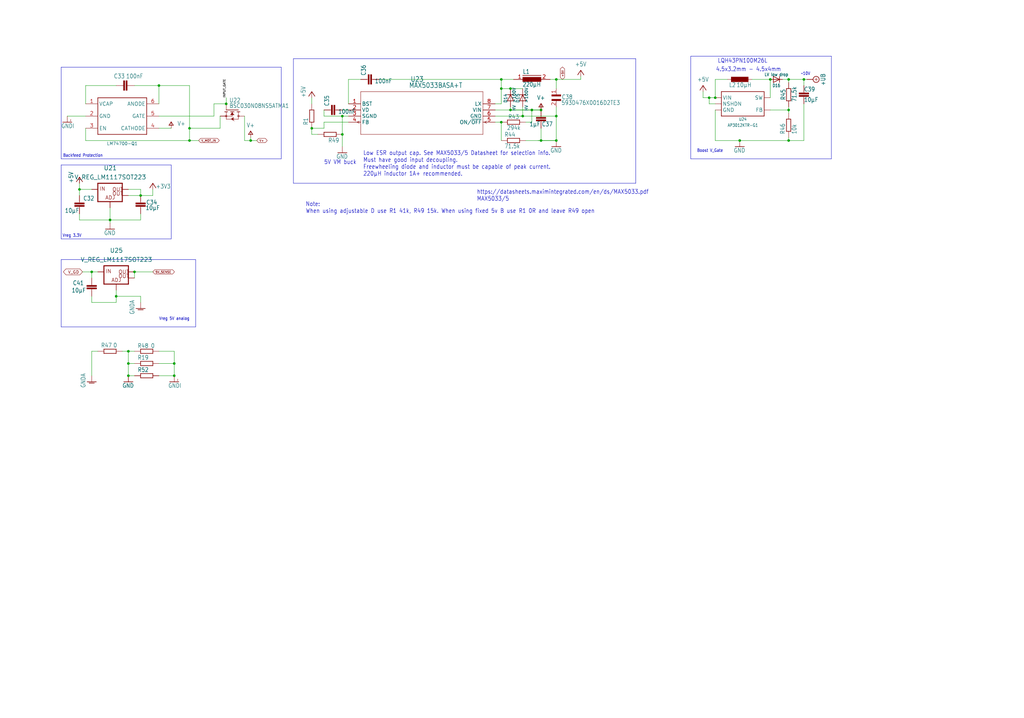
<source format=kicad_sch>
(kicad_sch (version 20250114) (generator "eeschema") (generator_version "9.0")
  (paper "User" 425.45 298.602)
  (lib_symbols
    (symbol "Device:D" (pin_numbers (hide yes)) (pin_names (offset 1.016) (hide yes))
      (property "Reference" "D" (at 0 2.54 0))
      (property "Value" "D" (at 0 -2.54 0))
      (symbol "D_0_1"
        (polyline (pts (xy -1.27 1.27) (xy -1.27 -1.27)) (stroke (width 0.254)))
        (polyline (pts (xy 1.27 1.27) (xy 1.27 -1.27) (xy -1.27 0) (xy 1.27 1.27)) (stroke (width 0.254)))
        (polyline (pts (xy 1.27 0) (xy -1.27 0)))
      )
      (symbol "D_1_1"
        (pin passive line (at -3.81 0 0) (length 2.54) (name "K") (number "1"))
        (pin passive line (at 3.81 0 180) (length 2.54) (name "A") (number "2"))
      )
    )
    (symbol "fsim_ff-eagle-import:OHSC_Power_BSC030N08NS5ATMA1"
      (property "Reference" "U" (at -11.43 2.54 0))
      (symbol "OHSC_Power_BSC030N08NS5ATMA1_1_0"
        (polyline (pts (xy 0 2.54) (xy 0 -2.54)) (stroke (width 0.254)))
        (polyline (pts (xy 0.762 3.175) (xy 0.762 2.54)) (stroke (width 0.254)))
        (polyline (pts (xy 0.762 2.54) (xy 0.762 1.905)) (stroke (width 0.254)))
        (polyline (pts (xy 0.762 2.54) (xy 3.81 2.54)) (stroke (width 0.1524)))
        (polyline (pts (xy 0.762 0.762) (xy 0.762 0)) (stroke (width 0.254)))
        (polyline (pts (xy 0.762 0) (xy 0.762 -0.762)) (stroke (width 0.254)))
        (polyline (pts (xy 0.762 0) (xy 2.54 0)) (stroke (width 0.1524)))
        (polyline (pts (xy 0.762 -1.905) (xy 0.762 -2.54)) (stroke (width 0.254)))
        (polyline (pts (xy 0.762 -2.54) (xy 0.762 -3.175)) (stroke (width 0.254)))
        (polyline (pts (xy 1.016 0) (xy 2.032 -0.762) (xy 2.032 0.762)) (stroke (width 0.1524)) (fill (type outline)))
        (circle (center 2.54 2.54) (radius 0.3592))
        (polyline (pts (xy 2.54 0) (xy 2.54 -2.54)) (stroke (width 0.1524)))
        (polyline (pts (xy 2.54 -2.54) (xy 0.762 -2.54)) (stroke (width 0.1524)))
        (polyline (pts (xy 2.54 -2.54) (xy 3.81 -2.54)) (stroke (width 0.1524)))
        (circle (center 2.54 -2.54) (radius 0.3592))
        (polyline (pts (xy 3.302 0.508) (xy 3.048 0.254)) (stroke (width 0.1524)))
        (polyline (pts (xy 3.81 2.54) (xy 3.81 0.508)) (stroke (width 0.1524)))
        (polyline (pts (xy 3.81 0.508) (xy 3.302 0.508)) (stroke (width 0.1524)))
        (polyline (pts (xy 3.81 0.508) (xy 3.81 -2.54)) (stroke (width 0.1524)))
        (polyline (pts (xy 3.81 -0.508) (xy 3.302 0.254) (xy 4.318 0.254)) (stroke (width 0.1524)) (fill (type outline)))
        (polyline (pts (xy 4.318 0.508) (xy 3.81 0.508)) (stroke (width 0.1524)))
        (polyline (pts (xy 4.572 0.762) (xy 4.318 0.508)) (stroke (width 0.1524)))
        (pin passive line (at -2.54 -2.54 0) (length 2.54) (name "G") (number "4"))
        (pin passive line (at 2.54 5.08 270) (length 2.54) (name "D") (number "5"))
        (pin passive line (at 2.54 -5.08 90) (length 2.54) (name "S") (number "1"))
        (pin passive line (at 2.54 -5.08 90) (length 2.54) (name "S") (number "2"))
        (pin passive line (at 2.54 -5.08 90) (length 2.54) (name "S") (number "3"))
      )
    )
    (symbol "fsim_ff-eagle-import:OHSC_Power_LM74700-Q1"
      (symbol "OHSC_Power_LM74700-Q1_1_0"
        (polyline (pts (xy -5.08 5.08) (xy -5.08 -10.16)) (stroke (width 0.254)))
        (polyline (pts (xy -5.08 -10.16) (xy 15.24 -10.16)) (stroke (width 0.254)))
        (polyline (pts (xy 15.24 5.08) (xy -5.08 5.08)) (stroke (width 0.254)))
        (polyline (pts (xy 15.24 -10.16) (xy 15.24 5.08)) (stroke (width 0.254)))
        (pin bidirectional line (at -10.16 2.54 0) (length 5.08) (name "VCAP") (number "1"))
        (pin bidirectional line (at -10.16 -2.54 0) (length 5.08) (name "GND") (number "2"))
        (pin bidirectional line (at -10.16 -7.62 0) (length 5.08) (name "EN") (number "3"))
        (pin bidirectional line (at 20.32 2.54 180) (length 5.08) (name "ANODE") (number "6"))
        (pin bidirectional line (at 20.32 -2.54 180) (length 5.08) (name "GATE") (number "5"))
        (pin bidirectional line (at 20.32 -7.62 180) (length 5.08) (name "CATHODE") (number "4"))
      )
    )
    (symbol "fsim_ff-eagle-import:Powermisc_593D476X0016D2TE3"
      (property "Reference" "C" (at 0 3.81 0))
      (symbol "Powermisc_593D476X0016D2TE3_1_0"
        (rectangle (start 0 -1.905) (end 0.635 1.905) (fill (type outline)))
        (rectangle (start 1.905 -1.905) (end 2.54 1.905) (fill (type outline)))
        (pin passive line (at -2.54 0 0) (length 2.54) (name "2") (number "2"))
        (pin passive line (at 5.08 0 180) (length 2.54) (name "1") (number "1"))
      )
    )
    (symbol "fsim_ff-eagle-import:Powermisc_8MMINDUCTOR"
      (property "Reference" "L" (at -3.81 2.286 0))
      (symbol "Powermisc_8MMINDUCTOR_1_0"
        (polyline (pts (xy -3.81 1.651) (xy 3.81 1.651)) (stroke (width 0.254)))
        (rectangle (start -3.81 -0.889) (end 3.81 0.889) (fill (type outline)))
        (pin passive line (at -7.62 0 0) (length 5.08) (name "1") (number "1"))
        (pin passive line (at 7.62 0 180) (length 5.08) (name "2") (number "2"))
      )
    )
    (symbol "fsim_ff-eagle-import:Powermisc_AP3012KTR-G1"
      (property "Reference" "U" (at -5.08 5.08 0))
      (symbol "Powermisc_AP3012KTR-G1_1_0"
        (polyline (pts (xy -5.08 5.08) (xy -5.08 -5.08)) (stroke (width 0.254)))
        (polyline (pts (xy -5.08 -5.08) (xy 12.7 -5.08)) (stroke (width 0.254)))
        (polyline (pts (xy 12.7 5.08) (xy -5.08 5.08)) (stroke (width 0.254)))
        (polyline (pts (xy 12.7 -5.08) (xy 12.7 5.08)) (stroke (width 0.254)))
        (pin bidirectional line (at -7.62 2.54 0) (length 2.54) (name "VIN") (number "5"))
        (pin bidirectional line (at -7.62 0 0) (length 2.54) (name "NSHDN") (number "4"))
        (pin bidirectional line (at -7.62 -2.54 0) (length 2.54) (name "GND") (number "2"))
        (pin bidirectional line (at 15.24 2.54 180) (length 2.54) (name "SW") (number "1"))
        (pin bidirectional line (at 15.24 -2.54 180) (length 2.54) (name "FB") (number "3"))
      )
    )
    (symbol "fsim_ff-eagle-import:Powermisc_MAX5033BASA+T"
      (symbol "Powermisc_MAX5033BASA+T_1_0"
        (polyline (pts (xy 7.112 -7.112) (xy 6.0452 -7.62)) (stroke (width 0.1524)))
        (polyline (pts (xy 7.112 -8.128) (xy 6.0452 -7.62)) (stroke (width 0.1524)))
        (polyline (pts (xy 7.62 5.08) (xy 7.62 -12.7)) (stroke (width 0.1524)))
        (polyline (pts (xy 7.62 -12.7) (xy 58.42 -12.7)) (stroke (width 0.1524)))
        (polyline (pts (xy 58.42 5.08) (xy 7.62 5.08)) (stroke (width 0.1524)))
        (polyline (pts (xy 58.42 -12.7) (xy 58.42 5.08)) (stroke (width 0.1524)))
        (polyline (pts (xy 58.928 -7.62) (xy 59.9948 -7.112)) (stroke (width 0.1524)))
        (polyline (pts (xy 58.928 -7.62) (xy 59.9948 -8.128)) (stroke (width 0.1524)))
        (pin passive line (at 2.54 0 0) (length 5.08) (name "BST") (number "1"))
        (pin power_in line (at 2.54 -2.54 0) (length 5.08) (name "VD") (number "2"))
        (pin power_in line (at 2.54 -5.08 0) (length 5.08) (name "SGND") (number "3"))
        (pin output line (at 2.54 -7.62 0) (length 5.08) (name "FB") (number "4"))
        (pin passive line (at 63.5 0 180) (length 5.08) (name "LX") (number "8"))
        (pin power_in line (at 63.5 -2.54 180) (length 5.08) (name "VIN") (number "7"))
        (pin power_in line (at 63.5 -5.08 180) (length 5.08) (name "GND") (number "6"))
        (pin input line (at 63.5 -7.62 180) (length 5.08) (name "ON/~{OFF}") (number "5"))
      )
    )
    (symbol "fsim_ff-eagle-import:SparkFun-IC-Power_526_V_REG_LM1117SOT223"
      (property "Reference" "U" (at 2.54 -7.62 0))
      (symbol "SparkFun-IC-Power_526_V_REG_LM1117SOT223_1_0"
        (polyline (pts (xy -5.08 2.54) (xy -5.08 -5.08)) (stroke (width 0.4064)))
        (polyline (pts (xy -5.08 -5.08) (xy 5.08 -5.08)) (stroke (width 0.4064)))
        (polyline (pts (xy 5.08 2.54) (xy -5.08 2.54)) (stroke (width 0.4064)))
        (polyline (pts (xy 5.08 -5.08) (xy 5.08 2.54)) (stroke (width 0.4064)))
        (text "IN" (at -4.445 -0.635 0) (effects (font (size 1.524 1.524)) (justify left bottom)))
        (text "ADJ" (at -2.032 -4.318 0) (effects (font (size 1.524 1.524)) (justify left bottom)))
        (text "OUT" (at 0.889 -0.889 0) (effects (font (size 1.524 1.524)) (justify left bottom)))
        (text "OUT" (at 0.889 -2.667 0) (effects (font (size 1.524 1.524)) (justify left bottom)))
        (pin input line (at -7.62 0 0) (length 2.54) (name "IN") (number "3"))
        (pin input line (at 0 -7.62 90) (length 2.54) (name "ADJ") (number "1"))
        (pin output line (at 7.62 0 180) (length 2.54) (name "OUT") (number "2"))
        (pin output line (at 7.62 -2.54 180) (length 2.54) (name "OUT@1") (number "4"))
      )
    )
    (symbol "fsim_ff-eagle-import:adafruit_420_DIODE_SOD-123FL"
      (property "Reference" "D" (at -2.54 2.54 0))
      (symbol "adafruit_420_DIODE_SOD-123FL_1_0"
        (polyline (pts (xy -1.27 1.27) (xy -1.27 -1.27)) (stroke (width 0.254)))
        (polyline (pts (xy -1.27 -1.27) (xy 1.27 0)) (stroke (width 0.254)))
        (polyline (pts (xy 1.27 1.27) (xy 1.27 0)) (stroke (width 0.254)))
        (polyline (pts (xy 1.27 0) (xy -1.27 1.27)) (stroke (width 0.254)))
        (polyline (pts (xy 1.27 0) (xy 1.27 -1.27)) (stroke (width 0.254)))
        (pin passive line (at -2.54 0 0) (length 2.54) (name "A") (number "A"))
        (pin passive line (at 2.54 0 180) (length 2.54) (name "C") (number "C"))
      )
    )
    (symbol "fsim_ff-eagle-import:rcl_334_L-EUL4532P"
      (property "Reference" "L" (at -1.4986 -3.81 90))
      (symbol "rcl_334_L-EUL4532P_1_0"
        (rectangle (start -1.016 -3.556) (end 1.016 3.556) (fill (type outline)))
        (pin passive line (at 0 5.08 270) (length 2.54) (name "1") (number "1"))
        (pin passive line (at 0 -5.08 90) (length 2.54) (name "2") (number "2"))
      )
    )
    (symbol "fsim_ff-eagle-import:resistor_348_C-EUC0603"
      (property "Reference" "C" (at 1.524 0.381 0))
      (symbol "resistor_348_C-EUC0603_1_0"
        (rectangle (start -2.032 -1.016) (end 2.032 -0.508) (fill (type outline)))
        (rectangle (start -2.032 -2.032) (end 2.032 -1.524) (fill (type outline)))
        (polyline (pts (xy 0 0) (xy 0 -0.508)) (stroke (width 0.1524)))
        (polyline (pts (xy 0 -2.54) (xy 0 -2.032)) (stroke (width 0.1524)))
        (pin passive line (at 0 2.54 270) (length 2.54) (name "1") (number "1"))
        (pin passive line (at 0 -5.08 90) (length 2.54) (name "2") (number "2"))
      )
    )
    (symbol "fsim_ff-eagle-import:resistor_348_C-EUC0805"
      (property "Reference" "C" (at 1.524 0.381 0))
      (symbol "resistor_348_C-EUC0805_1_0"
        (rectangle (start -2.032 -1.016) (end 2.032 -0.508) (fill (type outline)))
        (rectangle (start -2.032 -2.032) (end 2.032 -1.524) (fill (type outline)))
        (polyline (pts (xy 0 0) (xy 0 -0.508)) (stroke (width 0.1524)))
        (polyline (pts (xy 0 -2.54) (xy 0 -2.032)) (stroke (width 0.1524)))
        (pin passive line (at 0 2.54 270) (length 2.54) (name "1") (number "1"))
        (pin passive line (at 0 -5.08 90) (length 2.54) (name "2") (number "2"))
      )
    )
    (symbol "fsim_ff-eagle-import:resistor_348_C-EUC1206"
      (property "Reference" "C" (at 1.524 0.381 0))
      (symbol "resistor_348_C-EUC1206_1_0"
        (rectangle (start -2.032 -1.016) (end 2.032 -0.508) (fill (type outline)))
        (rectangle (start -2.032 -2.032) (end 2.032 -1.524) (fill (type outline)))
        (polyline (pts (xy 0 0) (xy 0 -0.508)) (stroke (width 0.1524)))
        (polyline (pts (xy 0 -2.54) (xy 0 -2.032)) (stroke (width 0.1524)))
        (pin passive line (at 0 2.54 270) (length 2.54) (name "1") (number "1"))
        (pin passive line (at 0 -5.08 90) (length 2.54) (name "2") (number "2"))
      )
    )
    (symbol "fsim_ff-eagle-import:resistor_348_R-EU_R0603"
      (property "Reference" "R" (at -3.81 1.4986 0))
      (symbol "resistor_348_R-EU_R0603_1_0"
        (polyline (pts (xy -2.54 -0.889) (xy -2.54 0.889)) (stroke (width 0.254)))
        (polyline (pts (xy -2.54 -0.889) (xy 2.54 -0.889)) (stroke (width 0.254)))
        (polyline (pts (xy 2.54 0.889) (xy -2.54 0.889)) (stroke (width 0.254)))
        (polyline (pts (xy 2.54 -0.889) (xy 2.54 0.889)) (stroke (width 0.254)))
        (pin passive line (at -5.08 0 0) (length 2.54) (name "1") (number "1"))
        (pin passive line (at 5.08 0 180) (length 2.54) (name "2") (number "2"))
      )
    )
    (symbol "fsim_ff-eagle-import:resistor_348_R-EU_R0805"
      (property "Reference" "R" (at -3.81 1.4986 0))
      (symbol "resistor_348_R-EU_R0805_1_0"
        (polyline (pts (xy -2.54 -0.889) (xy -2.54 0.889)) (stroke (width 0.254)))
        (polyline (pts (xy -2.54 -0.889) (xy 2.54 -0.889)) (stroke (width 0.254)))
        (polyline (pts (xy 2.54 0.889) (xy -2.54 0.889)) (stroke (width 0.254)))
        (polyline (pts (xy 2.54 -0.889) (xy 2.54 0.889)) (stroke (width 0.254)))
        (pin passive line (at -5.08 0 0) (length 2.54) (name "1") (number "1"))
        (pin passive line (at 5.08 0 180) (length 2.54) (name "2") (number "2"))
      )
    )
    (symbol "fsim_ff-eagle-import:supply1_371_+3V3" (power)
      (symbol "supply1_371_+3V3_1_0"
        (polyline (pts (xy 0 0) (xy -1.27 -1.905)) (stroke (width 0.254)))
        (polyline (pts (xy 1.27 -1.905) (xy 0 0)) (stroke (width 0.254)))
        (pin power_in line (at 0 -2.54 90) (length 2.54) (name "+3V3") (number "1"))
      )
    )
    (symbol "fsim_ff-eagle-import:supply1_371_+5V" (power)
      (symbol "supply1_371_+5V_1_0"
        (polyline (pts (xy 0 0) (xy -1.27 -1.905)) (stroke (width 0.254)))
        (polyline (pts (xy 1.27 -1.905) (xy 0 0)) (stroke (width 0.254)))
        (pin power_in line (at 0 -2.54 90) (length 2.54) (name "+5V") (number "1"))
      )
    )
    (symbol "fsim_ff-eagle-import:supply1_371_GND" (power)
      (symbol "supply1_371_GND_1_0"
        (polyline (pts (xy -1.905 0) (xy 1.905 0)) (stroke (width 0.254)))
        (pin power_in line (at 0 2.54 270) (length 2.54) (name "GND") (number "1"))
      )
    )
    (symbol "fsim_ff-eagle-import:supply1_371_GNDA" (power)
      (symbol "supply1_371_GNDA_1_0"
        (polyline (pts (xy -1.905 0) (xy 1.905 0)) (stroke (width 0.254)))
        (polyline (pts (xy -1.0922 -0.508) (xy 1.0922 -0.508)) (stroke (width 0.254)))
        (pin power_in line (at 0 2.54 270) (length 2.54) (name "GNDA") (number "1"))
      )
    )
    (symbol "fsim_ff-eagle-import:supply1_371_GNDI" (power)
      (symbol "supply1_371_GNDI_1_0"
        (polyline (pts (xy -1.905 0) (xy 1.905 0)) (stroke (width 0.254)))
        (text "I" (at 1.143 0.254 0) (effects (font (size 0.8128 0.6908)) (justify left bottom)))
        (pin power_in line (at 0 2.54 270) (length 2.54) (name "GNDI") (number "1"))
      )
    )
    (symbol "fsim_ff-eagle-import:supply1_371_V+" (power)
      (symbol "supply1_371_V+_1_0"
        (polyline (pts (xy -0.889 -1.27) (xy 0.889 -1.27)) (stroke (width 0.254)))
        (polyline (pts (xy 0 0.127) (xy -0.889 -1.27)) (stroke (width 0.254)))
        (polyline (pts (xy 0.889 -1.27) (xy 0 0.127)) (stroke (width 0.254)))
        (pin power_in line (at 0 -2.54 90) (length 2.54) (name "V+") (number "1"))
      )
    )
    (symbol "fsim_ff-eagle-import:supply2_372_+UB" (power)
      (symbol "supply2_372_+UB_1_0"
        (polyline (pts (xy -0.635 1.27) (xy 0.635 1.27)) (stroke (width 0.1524)))
        (circle (center 0 1.27) (radius 1.27) (stroke (width 0.254)))
        (polyline (pts (xy 0 0.635) (xy 0 1.905)) (stroke (width 0.1524)))
        (pin power_in line (at 0 -2.54 90) (length 2.54) (name "+UB") (number "1"))
      )
    )
  )
  (text "Vreg 5V analog" (at 66.04 133.35 0) (effects (font (size 1.27 1.0795)) (justify left bottom)))
  (text "~10V" (at 332.74 31.496 0) (effects (font (size 1.27 1.0795)) (justify left bottom)))
  (text "Backfeed Protection" (at 26.162 65.532 0) (effects (font (size 1.27 1.0795)) (justify left bottom)))
  (text "4.5x3.2mm - 4.5x4mm" (at 297.434 29.972 0) (effects (font (size 1.778 1.5113)) (justify left bottom)))
  (text "Vreg 3.3V" (at 25.908 98.806 0) (effects (font (size 1.27 1.0795)) (justify left bottom)))
  (text "Note:\nWhen using adjustable D use R1 41k, R49 15k. When using fixed 5v B use R1 0R and leave R49 open" (at 127 88.9 0) (effects (font (size 1.778 1.5113)) (justify left bottom)))
  (text "Boost V_Gate" (at 289.56 63.5 0) (effects (font (size 1.27 1.0795)) (justify left bottom)))
  (text "5V VM buck" (at 134.62 68.58 0) (effects (font (size 1.778 1.5113)) (justify left bottom)))
  (text "LQH43PN100M26L" (at 298.196 26.416 0) (effects (font (size 1.778 1.5113)) (justify left bottom)))
  (text "https://datasheets.maximintegrated.com/en/ds/MAX5033.pdf\nMAX5033/5" (at 198.12 83.82 0) (effects (font (size 1.778 1.5113)) (justify left bottom)))
  (text "Low ESR output cap. See MAX5033/5 Datasheet for selection info.\nMust have good input decoupling.\nFreewheeling diode and inductor must be capable of peak current.\n220µH inductor 1A+ recommended." (at 150.876 73.406 0) (effects (font (size 1.778 1.5113)) (justify left bottom)))
  (junction (at 208.28 50.8))
  (junction (at 72.39 151.13))
  (junction (at 320.04 33.02))
  (junction (at 224.79 58.42))
  (junction (at 294.64 40.64))
  (junction (at 129.54 53.34))
  (junction (at 45.72 91.44))
  (junction (at 208.28 33.02))
  (junction (at 224.79 45.72))
  (junction (at 307.34 58.42))
  (junction (at 231.14 58.42))
  (junction (at 208.28 36.83))
  (junction (at 297.18 40.64))
  (junction (at 58.42 81.28))
  (junction (at 33.02 78.74))
  (junction (at 66.04 35.56))
  (junction (at 53.34 151.13))
  (junction (at 38.1 113.03))
  (junction (at 48.26 123.19))
  (junction (at 334.01 33.02))
  (junction (at 104.14 58.42))
  (junction (at 212.09 36.83))
  (junction (at 55.88 113.03))
  (junction (at 231.14 48.26))
  (junction (at 78.74 53.34))
  (junction (at 142.24 48.26))
  (junction (at 327.66 45.72))
  (junction (at 212.09 45.72))
  (junction (at 220.98 45.72))
  (junction (at 72.39 156.21))
  (junction (at 53.34 146.05))
  (junction (at 327.66 33.02))
  (junction (at 142.24 55.88))
  (junction (at 231.14 33.02))
  (junction (at 327.66 58.42))
  (junction (at 78.74 58.42))
  (junction (at 217.17 48.26))
  (junction (at 93.98 43.18))
  (junction (at 53.34 156.21))
  (polyline (pts (xy 25.4 99.314) (xy 71.12 99.314)) (stroke (width 0.1524) (type solid)))
  (polyline (pts (xy 71.12 99.314) (xy 71.12 68.58)) (stroke (width 0.1524) (type solid)))
  (wire (pts (xy 144.78 33.02) (xy 149.86 33.02)) (stroke (width 0.1524)))
  (wire (pts (xy 35.56 35.56) (xy 48.26 35.56)) (stroke (width 0.1524)))
  (wire (pts (xy 327.66 45.72) (xy 320.04 45.72)) (stroke (width 0.1524)))
  (polyline (pts (xy 345.44 23.368) (xy 287.02 23.368)) (stroke (width 0.1524) (type solid)))
  (wire (pts (xy 220.98 50.8) (xy 220.98 45.72)) (stroke (width 0.1524)))
  (wire (pts (xy 231.14 44.45) (xy 231.14 48.26)) (stroke (width 0.1524)))
  (wire (pts (xy 91.44 53.34) (xy 78.74 53.34)) (stroke (width 0.1524)))
  (wire (pts (xy 297.18 40.64) (xy 297.18 33.02)) (stroke (width 0.1524)))
  (wire (pts (xy 38.1 78.74) (xy 33.02 78.74)) (stroke (width 0.1524)))
  (wire (pts (xy 72.39 146.05) (xy 72.39 151.13)) (stroke (width 0.1524)))
  (wire (pts (xy 35.56 43.18) (xy 35.56 35.56)) (stroke (width 0.1524)))
  (wire (pts (xy 334.01 33.02) (xy 334.01 35.56)) (stroke (width 0.1524)))
  (wire (pts (xy 78.74 53.34) (xy 78.74 35.56)) (stroke (width 0.1524)))
  (wire (pts (xy 212.09 36.83) (xy 217.17 36.83)))
  (polyline (pts (xy 71.12 68.58) (xy 25.4 68.58)) (stroke (width 0.1524) (type solid)))
  (wire (pts (xy 101.6 58.42) (xy 104.14 58.42)) (stroke (width 0.1524)))
  (wire (pts (xy 144.78 48.26) (xy 142.24 48.26)) (stroke (width 0.1524)))
  (wire (pts (xy 48.26 123.19) (xy 48.26 120.65)) (stroke (width 0.1524)))
  (wire (pts (xy 224.79 45.72) (xy 220.98 45.72)))
  (polyline (pts (xy 81.28 107.95) (xy 25.4 107.95)) (stroke (width 0.1524) (type solid)))
  (wire (pts (xy 327.66 44.45) (xy 327.66 45.72)))
  (wire (pts (xy 35.56 48.26) (xy 27.94 48.26)) (stroke (width 0.1524)))
  (wire (pts (xy 55.88 113.03) (xy 55.88 115.57)) (stroke (width 0.1524)))
  (wire (pts (xy 335.28 33.02) (xy 334.01 33.02)) (stroke (width 0.1524)))
  (wire (pts (xy 212.09 45.72) (xy 220.98 45.72)) (stroke (width 0.1524)))
  (wire (pts (xy 35.56 53.34) (xy 35.56 58.42)) (stroke (width 0.1524)))
  (wire (pts (xy 58.42 125.73) (xy 58.42 123.19)) (stroke (width 0.1524)))
  (wire (pts (xy 38.1 113.03) (xy 38.1 115.57)) (stroke (width 0.1524)))
  (wire (pts (xy 38.1 146.05) (xy 38.1 156.21)) (stroke (width 0.1524)))
  (wire (pts (xy 297.18 33.02) (xy 302.26 33.02)) (stroke (width 0.1524)))
  (wire (pts (xy 38.1 125.73) (xy 38.1 123.19)) (stroke (width 0.1524)))
  (wire (pts (xy 48.26 125.73) (xy 38.1 125.73)) (stroke (width 0.1524)))
  (wire (pts (xy 53.34 146.05) (xy 53.34 151.13)) (stroke (width 0.1524)))
  (wire (pts (xy 334.01 43.18) (xy 334.01 58.42)) (stroke (width 0.1524)))
  (wire (pts (xy 101.6 48.26) (xy 101.6 58.42)) (stroke (width 0.1524)))
  (wire (pts (xy 208.28 50.8) (xy 208.28 58.42)) (stroke (width 0.1524)))
  (wire (pts (xy 294.64 43.18) (xy 294.64 40.64)) (stroke (width 0.1524)))
  (wire (pts (xy 224.79 53.34) (xy 224.79 58.42)) (stroke (width 0.1524)))
  (wire (pts (xy 53.34 81.28) (xy 58.42 81.28)) (stroke (width 0.1524)))
  (wire (pts (xy 142.24 48.26) (xy 142.24 55.88)) (stroke (width 0.1524)))
  (wire (pts (xy 320.04 33.02) (xy 312.42 33.02)) (stroke (width 0.1524)))
  (wire (pts (xy 224.79 45.72) (xy 220.98 45.72)) (stroke (width 0.1524)))
  (wire (pts (xy 40.64 113.03) (xy 38.1 113.03)) (stroke (width 0.1524)))
  (wire (pts (xy 66.04 156.21) (xy 72.39 156.21)) (stroke (width 0.1524)))
  (wire (pts (xy 297.18 45.72) (xy 297.18 58.42)) (stroke (width 0.1524)))
  (wire (pts (xy 327.66 57.15) (xy 327.66 58.42)))
  (wire (pts (xy 327.66 33.02) (xy 334.01 33.02)) (stroke (width 0.1524)))
  (wire (pts (xy 45.72 92.71) (xy 45.72 91.44)))
  (wire (pts (xy 55.88 151.13) (xy 53.34 151.13)) (stroke (width 0.1524)))
  (wire (pts (xy 134.62 50.8) (xy 144.78 50.8)) (stroke (width 0.1524)))
  (wire (pts (xy 212.09 44.45) (xy 212.09 45.72)))
  (wire (pts (xy 48.26 123.19) (xy 58.42 123.19)) (stroke (width 0.1524)))
  (wire (pts (xy 55.88 35.56) (xy 66.04 35.56)) (stroke (width 0.1524)))
  (wire (pts (xy 208.28 33.02) (xy 208.28 36.83)) (stroke (width 0.1524)))
  (wire (pts (xy 157.48 33.02) (xy 208.28 33.02)) (stroke (width 0.1524)))
  (polyline (pts (xy 121.92 24.384) (xy 264.16 24.384)) (stroke (width 0.1524) (type solid)))
  (wire (pts (xy 327.66 58.42) (xy 307.34 58.42)) (stroke (width 0.1524)))
  (wire (pts (xy 53.34 78.74) (xy 58.42 78.74)) (stroke (width 0.1524)))
  (wire (pts (xy 58.42 91.44) (xy 58.42 88.9)) (stroke (width 0.1524)))
  (wire (pts (xy 134.62 45.72) (xy 134.62 48.26)) (stroke (width 0.1524)))
  (wire (pts (xy 129.54 55.88) (xy 129.54 53.34)) (stroke (width 0.1524)))
  (wire (pts (xy 217.17 44.45) (xy 217.17 48.26)))
  (wire (pts (xy 144.78 45.72) (xy 142.24 45.72)) (stroke (width 0.1524)))
  (wire (pts (xy 88.9 48.26) (xy 88.9 43.18)) (stroke (width 0.1524)))
  (wire (pts (xy 53.34 146.05) (xy 55.88 146.05)) (stroke (width 0.1524)))
  (wire (pts (xy 327.66 46.99) (xy 327.66 45.72)) (stroke (width 0.1524)))
  (wire (pts (xy 129.54 43.18) (xy 129.54 40.64)) (stroke (width 0.1524)))
  (wire (pts (xy 208.28 36.83) (xy 212.09 36.83)) (stroke (width 0.1524)))
  (wire (pts (xy 104.14 58.42) (xy 106.68 58.42)) (stroke (width 0.1524)))
  (wire (pts (xy 231.14 58.42) (xy 231.14 48.26)) (stroke (width 0.1524)))
  (wire (pts (xy 297.18 43.18) (xy 294.64 43.18)) (stroke (width 0.1524)))
  (wire (pts (xy 48.26 123.19) (xy 48.26 125.73)) (stroke (width 0.1524)))
  (polyline (pts (xy 25.4 68.58) (xy 25.4 99.314)) (stroke (width 0.1524) (type solid)))
  (wire (pts (xy 72.39 151.13) (xy 72.39 156.21)) (stroke (width 0.1524)))
  (polyline (pts (xy 345.44 66.04) (xy 345.44 23.368)) (stroke (width 0.1524) (type solid)))
  (polyline (pts (xy 25.4 135.89) (xy 81.28 135.89)) (stroke (width 0.1524) (type solid)))
  (wire (pts (xy 320.04 40.64) (xy 320.04 33.02)) (stroke (width 0.1524)))
  (wire (pts (xy 294.64 40.64) (xy 292.1 40.64)) (stroke (width 0.1524)))
  (wire (pts (xy 93.98 40.64) (xy 93.98 43.18)))
  (wire (pts (xy 66.04 35.56) (xy 66.04 43.18)) (stroke (width 0.1524)))
  (polyline (pts (xy 116.84 66.04) (xy 116.84 27.94)) (stroke (width 0.1524) (type solid)))
  (wire (pts (xy 129.54 53.34) (xy 134.62 53.34)) (stroke (width 0.1524)))
  (polyline (pts (xy 121.92 76.2) (xy 121.92 24.384)) (stroke (width 0.1524) (type solid)))
  (wire (pts (xy 208.28 33.02) (xy 213.36 33.02)))
  (wire (pts (xy 297.18 58.42) (xy 307.34 58.42)) (stroke (width 0.1524)))
  (wire (pts (xy 217.17 48.26) (xy 231.14 48.26)) (stroke (width 0.1524)))
  (polyline (pts (xy 25.4 27.94) (xy 25.4 66.04)) (stroke (width 0.1524) (type solid)))
  (polyline (pts (xy 287.02 23.368) (xy 287.02 66.04)) (stroke (width 0.1524) (type solid)))
  (wire (pts (xy 45.72 86.36) (xy 45.72 91.44)) (stroke (width 0.1524)))
  (wire (pts (xy 38.1 113.03) (xy 34.29 113.03)) (stroke (width 0.1524)))
  (polyline (pts (xy 25.4 66.04) (xy 116.84 66.04)) (stroke (width 0.1524) (type solid)))
  (wire (pts (xy 208.28 36.83) (xy 208.28 43.18)) (stroke (width 0.1524)))
  (polyline (pts (xy 264.16 24.384) (xy 264.16 76.2)) (stroke (width 0.1524) (type solid)))
  (wire (pts (xy 66.04 146.05) (xy 72.39 146.05)) (stroke (width 0.1524)))
  (wire (pts (xy 91.44 48.26) (xy 91.44 53.34)) (stroke (width 0.1524)))
  (wire (pts (xy 35.56 58.42) (xy 78.74 58.42)) (stroke (width 0.1524)))
  (wire (pts (xy 38.1 146.05) (xy 40.64 146.05)) (stroke (width 0.1524)))
  (wire (pts (xy 66.04 53.34) (xy 71.12 53.34)) (stroke (width 0.1524)))
  (polyline (pts (xy 81.28 135.89) (xy 81.28 107.95)) (stroke (width 0.1524) (type solid)))
  (wire (pts (xy 144.78 43.18) (xy 144.78 33.02)) (stroke (width 0.1524)))
  (wire (pts (xy 297.18 40.64) (xy 294.64 40.64)) (stroke (width 0.1524)))
  (wire (pts (xy 241.3 33.02) (xy 241.3 31.75)) (stroke (width 0.1524)))
  (wire (pts (xy 334.01 58.42) (xy 327.66 58.42)) (stroke (width 0.1524)))
  (wire (pts (xy 292.1 40.64) (xy 292.1 38.1)) (stroke (width 0.1524)))
  (wire (pts (xy 58.42 78.74) (xy 58.42 81.28)) (stroke (width 0.1524)))
  (wire (pts (xy 55.88 113.03) (xy 63.5 113.03)) (stroke (width 0.1524)))
  (wire (pts (xy 327.66 33.02) (xy 327.66 34.29)) (stroke (width 0.1524)))
  (wire (pts (xy 33.02 78.74) (xy 33.02 81.28)) (stroke (width 0.1524)))
  (wire (pts (xy 63.5 78.74) (xy 63.5 81.28)) (stroke (width 0.1524)))
  (wire (pts (xy 134.62 53.34) (xy 134.62 50.8)) (stroke (width 0.1524)))
  (wire (pts (xy 53.34 146.05) (xy 50.8 146.05)) (stroke (width 0.1524)))
  (wire (pts (xy 205.74 48.26) (xy 217.17 48.26)) (stroke (width 0.1524)))
  (wire (pts (xy 132.08 55.88) (xy 129.54 55.88)) (stroke (width 0.1524)))
  (wire (pts (xy 33.02 76.2) (xy 33.02 78.74)) (stroke (width 0.1524)))
  (wire (pts (xy 78.74 58.42) (xy 82.55 58.42)))
  (wire (pts (xy 142.24 48.26) (xy 134.62 48.26)) (stroke (width 0.1524)))
  (polyline (pts (xy 287.02 66.04) (xy 345.44 66.04)) (stroke (width 0.1524) (type solid)))
  (wire (pts (xy 208.28 43.18) (xy 205.74 43.18)) (stroke (width 0.1524)))
  (wire (pts (xy 224.79 58.42) (xy 231.14 58.42)) (stroke (width 0.1524)))
  (wire (pts (xy 78.74 35.56) (xy 66.04 35.56)) (stroke (width 0.1524)))
  (wire (pts (xy 325.12 33.02) (xy 327.66 33.02)) (stroke (width 0.1524)))
  (wire (pts (xy 220.98 50.8) (xy 218.44 50.8)) (stroke (width 0.1524)))
  (wire (pts (xy 218.44 58.42) (xy 224.79 58.42)) (stroke (width 0.1524)))
  (wire (pts (xy 205.74 45.72) (xy 212.09 45.72)) (stroke (width 0.1524)))
  (wire (pts (xy 224.79 58.42) (xy 223.52 58.42)))
  (wire (pts (xy 231.14 58.42) (xy 224.79 58.42)))
  (wire (pts (xy 104.14 57.15) (xy 104.14 58.42)))
  (polyline (pts (xy 264.16 76.2) (xy 121.92 76.2)) (stroke (width 0.1524) (type solid)))
  (wire (pts (xy 55.88 156.21) (xy 53.34 156.21)) (stroke (width 0.1524)))
  (wire (pts (xy 93.98 43.18) (xy 88.9 43.18)) (stroke (width 0.1524)))
  (wire (pts (xy 66.04 151.13) (xy 72.39 151.13)) (stroke (width 0.1524)))
  (wire (pts (xy 63.5 81.28) (xy 58.42 81.28)) (stroke (width 0.1524)))
  (wire (pts (xy 220.98 45.72) (xy 212.09 45.72)))
  (wire (pts (xy 231.14 33.02) (xy 241.3 33.02)) (stroke (width 0.1524)))
  (polyline (pts (xy 25.4 107.95) (xy 25.4 135.89)) (stroke (width 0.1524) (type solid)))
  (wire (pts (xy 231.14 33.02) (xy 231.14 36.83)))
  (wire (pts (xy 208.28 50.8) (xy 205.74 50.8)) (stroke (width 0.1524)))
  (wire (pts (xy 217.17 48.26) (xy 215.9 48.26)))
  (polyline (pts (xy 116.84 27.94) (xy 25.4 27.94)) (stroke (width 0.1524) (type solid)))
  (wire (pts (xy 66.04 48.26) (xy 88.9 48.26)) (stroke (width 0.1524)))
  (wire (pts (xy 228.6 33.02) (xy 231.14 33.02)) (stroke (width 0.1524)))
  (wire (pts (xy 53.34 151.13) (xy 53.34 156.21)) (stroke (width 0.1524)))
  (wire (pts (xy 33.02 91.44) (xy 33.02 88.9)) (stroke (width 0.1524)))
  (wire (pts (xy 33.02 91.44) (xy 45.72 91.44)) (stroke (width 0.1524)))
  (wire (pts (xy 78.74 58.42) (xy 78.74 53.34)) (stroke (width 0.1524)))
  (wire (pts (xy 58.42 91.44) (xy 45.72 91.44)) (stroke (width 0.1524)))
  (wire (pts (xy 142.24 55.88) (xy 142.24 60.96)) (stroke (width 0.1524)))
  (label "INPUT_GATE" (at 93.98 40.64 90) (effects (font (size 0.889 0.889))))
  (global_label "V_GD" (shape bidirectional) (at 34.29 113.03 180) (effects (font (size 1.2446 1.2446))) (property "Intersheetrefs" "${INTERSHEET_REFS}" (effects (hide yes))))
  (global_label "5V_SENSE" (shape bidirectional) (at 63.5 113.03 0) (effects (font (size 0.889 0.889))) (property "Intersheetrefs" "${INTERSHEET_REFS}" (effects (hide yes))))
  (global_label "V+" (shape bidirectional) (at 106.68 58.42 0) (effects (font (size 0.889 0.889))) (property "Intersheetrefs" "${INTERSHEET_REFS}" (effects (hide yes))))
  (global_label "+5V" (shape bidirectional) (at 233.68 33.02 90) (effects (font (size 0.889 0.889))) (property "Intersheetrefs" "${INTERSHEET_REFS}" (effects (hide yes))))
  (global_label "V_MOT_IN" (shape bidirectional) (at 82.55 58.42 0) (effects (font (size 0.889 0.889))) (property "Intersheetrefs" "${INTERSHEET_REFS}" (effects (hide yes))))
  (symbol (lib_id "fsim_ff-eagle-import:supply1_371_V+") (at 104.14 54.61 0) (unit 1)
    (property "Reference" "#P+20" (effects (hide yes)))
    (property "Value" "V+" (at 104.14 52.07 0) (effects (font (size 1.778 1.5113))))
  )
  (symbol (lib_id "fsim_ff-eagle-import:resistor_348_R-EU_R0603") (at 60.96 151.13 0) (unit 1)
    (property "Reference" "R19" (at 57.15 149.6314 0) (effects (font (size 1.778 1.5113)) (justify left bottom)))
    (property "Value" "0" (at 62.738 149.606 0) (effects (font (size 1.778 1.5113)) (justify left bottom)))
    (property "Footprint" "Resistor_SMD:R_0603_1608Metric" (effects (hide yes)))
    (property "Value" "0" (effects (hide yes)))
    (property "Value" "0" (effects (hide yes)))
  )
  (symbol (lib_id "Device:D") (at 212.09 40.64 270) (unit 1)
    (property "Reference" "D14" (at 210.058 38.862 0) (effects (justify left)))
    (property "Value" "HV >100V" (at 213.614 36.322 0) (effects (justify left)))
    (property "Footprint" "Diode_SMD:D_SOD-123F" (effects (hide yes)))
    (property "Description" "Diode" (effects (hide yes)))
    (property "Sim.Device" "D" (effects (hide yes)))
    (property "Sim.Pins" "1=K 2=A" (effects (hide yes)))
  )
  (symbol (lib_id "fsim_ff-eagle-import:SparkFun-IC-Power_526_V_REG_LM1117SOT223") (at 45.72 78.74 0) (unit 1)
    (property "Reference" "U21" (at 45.8334 69.85 0) (effects (font (size 1.778 1.778))))
    (property "Value" "V_REG_LM1117SOT223" (at 45.8334 73.66 0) (effects (font (size 1.778 1.778))))
    (property "Footprint" "Package_TO_SOT_SMD:SOT-223" (effects (hide yes)))
  )
  (symbol (lib_id "fsim_ff-eagle-import:supply1_371_V+") (at 71.12 50.8 0) (unit 1)
    (property "Reference" "#P+19" (effects (hide yes)))
    (property "Value" "V+" (at 73.66 51.3715 0) (effects (font (size 1.778 1.5113)) (justify left)))
  )
  (symbol (lib_id "fsim_ff-eagle-import:supply1_371_+5V") (at 129.54 38.1 0) (unit 1)
    (property "Reference" "#VCC6" (effects (hide yes)))
    (property "Value" "+5V" (at 127 40.64 90) (effects (font (size 1.778 1.5113)) (justify left bottom)))
  )
  (symbol (lib_id "fsim_ff-eagle-import:resistor_348_C-EUC0805") (at 33.02 83.82 0) (unit 1)
    (property "Reference" "C32" (at 34.544 83.439 0) (effects (font (size 1.778 1.5113)) (justify left bottom)))
    (property "Value" "10µF" (at 26.924 88.519 0) (effects (font (size 1.778 1.5113)) (justify left bottom)))
    (property "Footprint" "Capacitor_SMD:C_0805_2012Metric" (effects (hide yes)))
  )
  (symbol (lib_id "fsim_ff-eagle-import:SparkFun-IC-Power_526_V_REG_LM1117SOT223") (at 48.26 113.03 0) (unit 1)
    (property "Reference" "U25" (at 48.3734 104.14 0) (effects (font (size 1.778 1.778))))
    (property "Value" "V_REG_LM1117SOT223" (at 48.3734 107.95 0) (effects (font (size 1.778 1.778))))
    (property "Footprint" "Package_TO_SOT_SMD:SOT-223" (effects (hide yes)))
  )
  (symbol (lib_id "fsim_ff-eagle-import:adafruit_420_DIODE_SOD-123FL") (at 322.58 33.02 0) (unit 1)
    (property "Reference" "D16" (at 322.58 35.56 0) (effects (font (size 1.27 1.0795))))
    (property "Value" "LV low drop" (at 322.58 30.988 0) (effects (font (size 1.27 1.0795))))
    (property "Footprint" "Diode_SMD:D_SOD-123F" (effects (hide yes)))
  )
  (symbol (lib_id "fsim_ff-eagle-import:supply2_372_+UB") (at 337.82 33.02 270) (unit 1)
    (property "Reference" "#SUPPLY11" (effects (hide yes)))
    (property "Value" "+UB" (at 340.995 30.48 0) (effects (font (size 1.778 1.5113)) (justify left bottom)))
  )
  (symbol (lib_id "fsim_ff-eagle-import:Powermisc_593D476X0016D2TE3") (at 231.14 41.91 90) (unit 1)
    (property "Reference" "C38" (at 237.998 39.37 90) (effects (font (size 1.778 1.5113)) (justify left bottom)))
    (property "Value" "593D476X0016D2TE3" (at 233.172 43.688 90) (effects (font (size 1.778 1.5113)) (justify right top)))
    (property "Footprint" "fsim_ff:CAPPM7343X310N" (effects (hide yes)))
  )
  (symbol (lib_id "fsim_ff-eagle-import:supply1_371_V+") (at 224.79 43.18 0) (unit 1)
    (property "Reference" "#P+22" (effects (hide yes)))
    (property "Value" "V+" (at 224.79 40.64 0) (effects (font (size 1.778 1.5113))))
  )
  (symbol (lib_id "fsim_ff-eagle-import:resistor_348_R-EU_R0603") (at 137.16 55.88 180) (unit 1)
    (property "Reference" "R49" (at 140.97 57.3786 0) (effects (font (size 1.778 1.5113)) (justify left bottom)))
    (property "Value" "15k" (at 140.97 52.578 0) (effects (font (size 1.778 1.5113)) (justify left bottom)))
    (property "Footprint" "Resistor_SMD:R_0603_1608Metric" (effects (hide yes)))
    (property "Value" "15k" (effects (hide yes)))
  )
  (symbol (lib_id "fsim_ff-eagle-import:resistor_348_C-EUC0805") (at 58.42 83.82 0) (unit 1)
    (property "Reference" "C34" (at 60.706 85.09 0) (effects (font (size 1.778 1.5113)) (justify left bottom)))
    (property "Value" "10µF" (at 60.452 87.376 0) (effects (font (size 1.778 1.5113)) (justify left bottom)))
    (property "Footprint" "Capacitor_SMD:C_0805_2012Metric" (effects (hide yes)))
  )
  (symbol (lib_id "fsim_ff-eagle-import:Powermisc_8MMINDUCTOR") (at 220.98 33.02 0) (unit 1)
    (property "Reference" "L1" (at 217.17 30.734 0) (effects (font (size 1.778 1.5113)) (justify left bottom)))
    (property "Value" "220µH" (at 217.043 36.068 0) (effects (font (size 1.778 1.5113)) (justify left bottom)))
    (property "Footprint" "fsim_ff:8MMINDUCTOR" (effects (hide yes)))
  )
  (symbol (lib_id "fsim_ff-eagle-import:supply1_371_GND") (at 307.34 60.96 0) (unit 1)
    (property "Reference" "#GND45" (effects (hide yes)))
    (property "Value" "GND" (at 304.8 63.5 0) (effects (font (size 1.778 1.5113)) (justify left bottom)))
  )
  (symbol (lib_id "fsim_ff-eagle-import:resistor_348_R-EU_R0805") (at 327.66 39.37 90) (unit 1)
    (property "Reference" "R45" (at 326.39 41.656 0) (effects (font (size 1.778 1.5113)) (justify left bottom)))
    (property "Value" "71.5k" (at 330.962 42.418 0) (effects (font (size 1.778 1.5113)) (justify left bottom)))
    (property "Footprint" "Resistor_SMD:R_0805_2012Metric" (effects (hide yes)))
  )
  (symbol (lib_id "fsim_ff-eagle-import:supply1_371_+5V") (at 292.1 35.56 0) (unit 1)
    (property "Reference" "#VCC3" (effects (hide yes)))
    (property "Value" "+5V" (at 292.1 33.02 0) (effects (font (size 1.778 1.5113))))
  )
  (symbol (lib_id "fsim_ff-eagle-import:supply1_371_GNDA") (at 58.42 128.27 0) (unit 1)
    (property "Reference" "#GND16" (effects (hide yes)))
    (property "Value" "GNDA" (at 55.88 130.81 90) (effects (font (size 1.778 1.5113)) (justify left bottom)))
  )
  (symbol (lib_id "fsim_ff-eagle-import:resistor_348_C-EUC0805") (at 334.01 38.1 0) (unit 1)
    (property "Reference" "C39" (at 334.01 38.1 0) (effects (font (size 1.778 1.5113)) (justify left bottom)))
    (property "Value" "10µF" (at 334.01 42.418 0) (effects (font (size 1.778 1.5113)) (justify left bottom)))
    (property "Footprint" "Capacitor_SMD:C_0805_2012Metric" (effects (hide yes)))
  )
  (symbol (lib_id "fsim_ff-eagle-import:resistor_348_C-EUC0603") (at 137.16 45.72 90) (unit 1)
    (property "Reference" "C35" (at 136.779 44.196 0) (effects (font (size 1.778 1.5113)) (justify left bottom)))
    (property "Value" "100nF" (at 140.462 47.371 90) (effects (font (size 1.778 1.5113)) (justify right top)))
    (property "Footprint" "Capacitor_SMD:C_0603_1608Metric" (effects (hide yes)))
  )
  (symbol (lib_id "fsim_ff-eagle-import:resistor_348_R-EU_R0805") (at 213.36 50.8 0) (unit 1)
    (property "Reference" "R43" (at 211.074 49.53 0) (effects (font (size 1.778 1.5113)) (justify left bottom)))
    (property "Value" "294k" (at 210.566 54.102 0) (effects (font (size 1.778 1.5113)) (justify left bottom)))
    (property "Footprint" "Resistor_SMD:R_0805_2012Metric" (effects (hide yes)))
  )
  (symbol (lib_id "fsim_ff-eagle-import:OHSC_Power_LM74700-Q1") (at 45.72 45.72 0) (unit 1)
    (property "Reference" "U20" (effects (hide yes)))
    (property "Value" "LM74700-Q1" (at 50.8 59.69 0))
    (property "Footprint" "Package_TO_SOT_SMD:TSOT-23-6_HandSoldering" (effects (hide yes)))
  )
  (symbol (lib_id "fsim_ff-eagle-import:Powermisc_MAX5033BASA+T") (at 142.24 43.18 0) (unit 1)
    (property "Reference" "U23" (at 170.5356 34.0614 0) (effects (font (size 2.0828 1.7703)) (justify left bottom)))
    (property "Value" "MAX5033BASA+T" (at 169.9006 36.6014 0) (effects (font (size 2.0828 1.7703)) (justify left bottom)))
    (property "Footprint" "fsim_ff:21-0041B_8_MXM" (effects (hide yes)))
  )
  (symbol (lib_id "fsim_ff-eagle-import:resistor_348_C-EUC1206") (at 224.79 50.8 180) (unit 1)
    (property "Reference" "C37" (at 225.044 52.578 0) (effects (font (size 1.778 1.5113)) (justify right top)))
    (property "Value" "1µF" (at 219.964 52.578 0) (effects (font (size 1.778 1.5113)) (justify right top)))
    (property "Footprint" "Capacitor_SMD:C_1206_3216Metric" (effects (hide yes)))
  )
  (symbol (lib_id "fsim_ff-eagle-import:supply1_371_GNDA") (at 38.1 158.75 0) (unit 1)
    (property "Reference" "#GND11" (effects (hide yes)))
    (property "Value" "GNDA" (at 35.56 161.29 90) (effects (font (size 1.778 1.5113)) (justify left bottom)))
  )
  (symbol (lib_id "fsim_ff-eagle-import:rcl_334_L-EUL4532P") (at 307.34 33.02 90) (unit 1)
    (property "Reference" "L2" (at 304.292 35.306 90) (effects (font (size 1.778 1.5113))))
    (property "Value" "10µH" (at 309.118 35.306 90) (effects (font (size 1.778 1.5113))))
    (property "Footprint" "Inductor_SMD:L_1812_4532Metric" (effects (hide yes)))
  )
  (symbol (lib_id "fsim_ff-eagle-import:Powermisc_AP3012KTR-G1") (at 304.8 43.18 0) (unit 1)
    (property "Reference" "U24" (at 308.61 49.53 0) (effects (font (size 1.27 1.0795))))
    (property "Value" "AP3012KTR-G1" (at 308.61 52.07 0) (effects (font (size 1.27 1.0795))))
    (property "Footprint" "Package_TO_SOT_SMD:SOT-23-5_HandSoldering" (effects (hide yes)))
  )
  (symbol (lib_id "fsim_ff-eagle-import:resistor_348_R-EU_R0603") (at 45.72 146.05 0) (unit 1)
    (property "Reference" "R47" (at 41.91 144.5514 0) (effects (font (size 1.778 1.5113)) (justify left bottom)))
    (property "Value" "0" (at 46.99 144.526 0) (effects (font (size 1.778 1.5113)) (justify left bottom)))
    (property "Footprint" "Resistor_SMD:R_0603_1608Metric" (effects (hide yes)))
  )
  (symbol (lib_id "fsim_ff-eagle-import:resistor_348_R-EU_R0603") (at 129.54 48.26 90) (unit 1)
    (property "Reference" "R1" (at 128.0414 52.07 0) (effects (font (size 1.778 1.5113)) (justify left bottom)))
    (property "Value" "47k" (at 132.842 52.07 0) (effects (font (size 1.778 1.5113)) (justify left bottom)))
    (property "Footprint" "Resistor_SMD:R_0603_1608Metric" (effects (hide yes)))
    (property "Value" "47k" (effects (hide yes)))
  )
  (symbol (lib_id "fsim_ff-eagle-import:resistor_348_R-EU_R0603") (at 60.96 146.05 0) (unit 1)
    (property "Reference" "R48" (at 59.436 143.764 0) (effects (font (size 1.778 1.5113))))
    (property "Value" "0" (at 63.5 143.764 0) (effects (font (size 1.778 1.5113))))
    (property "Footprint" "Resistor_SMD:R_0603_1608Metric" (effects (hide yes)))
  )
  (symbol (lib_id "fsim_ff-eagle-import:supply1_371_GND") (at 53.34 158.75 0) (unit 1)
    (property "Reference" "#GND7" (effects (hide yes)))
    (property "Value" "GND" (at 50.8 161.29 0) (effects (font (size 1.778 1.5113)) (justify left bottom)))
  )
  (symbol (lib_id "fsim_ff-eagle-import:OHSC_Power_BSC030N08NS5ATMA1") (at 96.52 45.72 270) (unit 1)
    (property "Reference" "U22" (at 95.25 42.672 90) (effects (font (size 1.778 1.5113)) (justify left bottom)))
    (property "Value" "BSC030N08NS5ATMA1" (at 95.25 44.958 90) (effects (font (size 1.778 1.5113)) (justify left bottom)))
    (property "Footprint" "fsim_ff:MOSFET_BSC093N04LSGATMA1" (effects (hide yes)))
  )
  (symbol (lib_id "fsim_ff-eagle-import:supply1_371_+3V3") (at 63.5 76.2 0) (unit 1)
    (property "Reference" "#+3V311" (effects (hide yes)))
    (property "Value" "+3V3" (at 67.818 77.47 0) (effects (font (size 1.778 1.5113))))
  )
  (symbol (lib_id "fsim_ff-eagle-import:supply1_371_GND") (at 45.72 95.25 0) (unit 1)
    (property "Reference" "#GND42" (effects (hide yes)))
    (property "Value" "GND" (at 43.18 97.79 0) (effects (font (size 1.778 1.5113)) (justify left bottom)))
  )
  (symbol (lib_id "fsim_ff-eagle-import:supply1_371_GNDI") (at 27.94 50.8 0) (unit 1)
    (property "Reference" "#GNDI2" (effects (hide yes)))
    (property "Value" "GNDI" (at 25.4 53.34 0) (effects (font (size 1.778 1.5113)) (justify left bottom)))
  )
  (symbol (lib_id "fsim_ff-eagle-import:supply1_371_GND") (at 142.24 63.5 0) (unit 1)
    (property "Reference" "#GND43" (effects (hide yes)))
    (property "Value" "GND" (at 139.7 66.04 0) (effects (font (size 1.778 1.5113)) (justify left bottom)))
  )
  (symbol (lib_id "fsim_ff-eagle-import:resistor_348_C-EUC0805") (at 38.1 118.11 0) (unit 1)
    (property "Reference" "C41" (at 30.226 118.618 0) (effects (font (size 1.778 1.5113)) (justify left bottom)))
    (property "Value" "10µF" (at 29.718 121.666 0) (effects (font (size 1.778 1.5113)) (justify left bottom)))
    (property "Footprint" "Capacitor_SMD:C_0805_2012Metric" (effects (hide yes)))
  )
  (symbol (lib_id "fsim_ff-eagle-import:resistor_348_C-EUC0603") (at 50.8 35.56 90) (unit 1)
    (property "Reference" "C33" (at 47.244 32.639 90) (effects (font (size 1.778 1.5113)) (justify right top)))
    (property "Value" "100nF" (at 52.324 32.639 90) (effects (font (size 1.778 1.5113)) (justify right top)))
    (property "Footprint" "Capacitor_SMD:C_0603_1608Metric" (effects (hide yes)))
  )
  (symbol (lib_id "Device:D") (at 217.17 40.64 270) (unit 1)
    (property "Reference" "D15" (at 215.138 38.862 0) (effects (justify left)))
    (property "Value" "HV >100V" (at 218.694 36.322 0) (effects (justify left)))
    (property "Footprint" "Diode_SMD:D_SOD-123F" (effects (hide yes)))
    (property "Description" "Diode" (effects (hide yes)))
    (property "Sim.Device" "D" (effects (hide yes)))
    (property "Sim.Pins" "1=K 2=A" (effects (hide yes)))
  )
  (symbol (lib_id "fsim_ff-eagle-import:supply1_371_GND") (at 231.14 60.96 0) (unit 1)
    (property "Reference" "#GND44" (effects (hide yes)))
    (property "Value" "GND" (at 228.6 63.5 0) (effects (font (size 1.778 1.5113)) (justify left bottom)))
  )
  (symbol (lib_id "fsim_ff-eagle-import:resistor_348_C-EUC0603") (at 152.4 33.02 90) (unit 1)
    (property "Reference" "C36" (at 152.019 31.496 0) (effects (font (size 1.778 1.5113)) (justify left bottom)))
    (property "Value" "100nF" (at 155.702 34.671 90) (effects (font (size 1.778 1.5113)) (justify right top)))
    (property "Footprint" "Capacitor_SMD:C_0603_1608Metric" (effects (hide yes)))
  )
  (symbol (lib_id "fsim_ff-eagle-import:resistor_348_R-EU_R0603") (at 60.96 156.21 0) (unit 1)
    (property "Reference" "R52" (at 57.15 154.7114 0) (effects (font (size 1.778 1.5113)) (justify left bottom)))
    (property "Value" "0" (at 62.738 154.94 0) (effects (font (size 1.778 1.5113)) (justify left bottom)))
    (property "Footprint" "Resistor_SMD:R_0603_1608Metric" (effects (hide yes)))
    (property "Value" "0" (effects (hide yes)))
    (property "Value" "0" (effects (hide yes)))
  )
  (symbol (lib_id "fsim_ff-eagle-import:supply1_371_GNDI") (at 72.39 158.75 0) (unit 1)
    (property "Reference" "#GNDI15" (effects (hide yes)))
    (property "Value" "GNDI" (at 69.85 161.29 0) (effects (font (size 1.778 1.5113)) (justify left bottom)))
  )
  (symbol (lib_id "fsim_ff-eagle-import:resistor_348_R-EU_R0603") (at 327.66 52.07 90) (unit 1)
    (property "Reference" "R46" (at 326.1614 55.88 0) (effects (font (size 1.778 1.5113)) (justify left bottom)))
    (property "Value" "10k" (at 330.962 55.88 0) (effects (font (size 1.778 1.5113)) (justify left bottom)))
    (property "Footprint" "Resistor_SMD:R_0603_1608Metric" (effects (hide yes)))
  )
  (symbol (lib_id "fsim_ff-eagle-import:supply1_371_+5V") (at 33.02 73.66 0) (unit 1)
    (property "Reference" "#VCC2" (effects (hide yes)))
    (property "Value" "+5V" (at 30.48 76.2 90) (effects (font (size 1.778 1.5113)) (justify left bottom)))
  )
  (symbol (lib_id "fsim_ff-eagle-import:supply1_371_+5V") (at 241.3 29.21 0) (unit 1)
    (property "Reference" "#VCC1" (effects (hide yes)))
    (property "Value" "+5V" (at 241.3 26.67 0) (effects (font (size 1.778 1.5113))))
  )
  (symbol (lib_id "fsim_ff-eagle-import:resistor_348_R-EU_R0805") (at 213.36 58.42 0) (unit 1)
    (property "Reference" "R44" (at 209.55 56.9214 0) (effects (font (size 1.778 1.5113)) (justify left bottom)))
    (property "Value" "71.5k" (at 209.55 61.722 0) (effects (font (size 1.778 1.5113)) (justify left bottom)))
    (property "Footprint" "Resistor_SMD:R_0805_2012Metric" (effects (hide yes)))
  )
)
</source>
